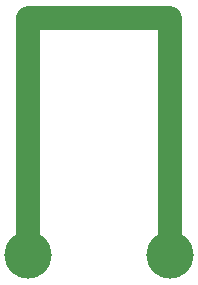
<source format=gtl>
%FSLAX21Y21*%
%MOMM*%
%ADD10C,2*%
%ADD11C,4*%
%LPD*%
D10*
X-60Y60D02*
G01*
Y260D01*
X-180D01*
Y60D01*
D11*
X-60D03*
X-180D03*
M02*

</source>
